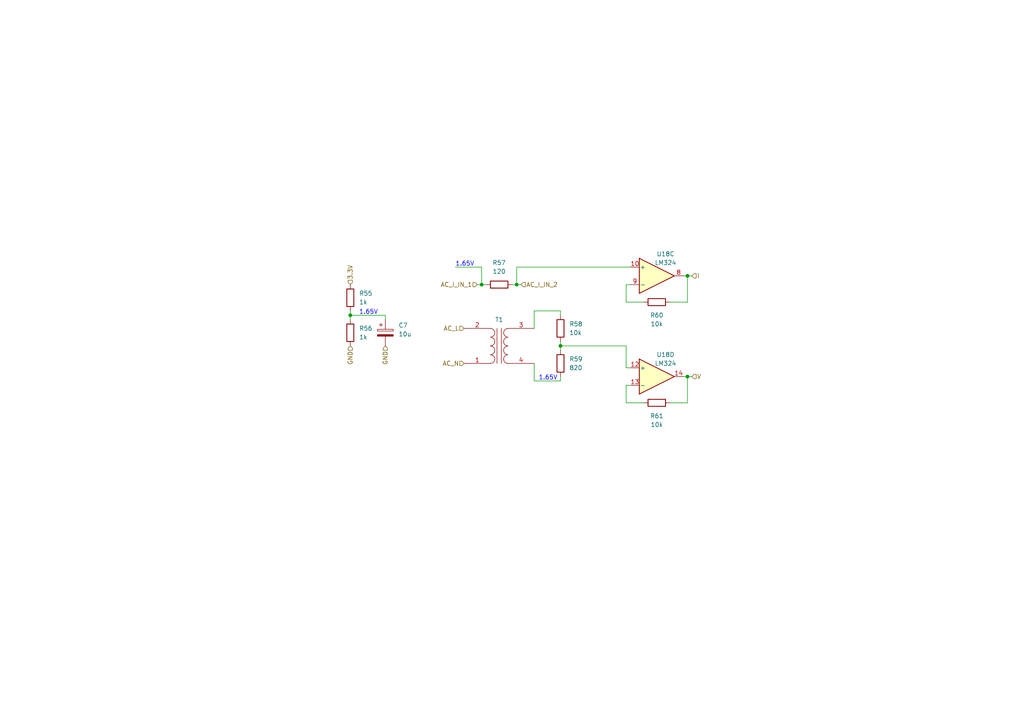
<source format=kicad_sch>
(kicad_sch (version 20231120) (generator "eeschema") (generator_version "8.0")
  (paper "A4")
  (title_block (title "Domoticata main control unit") (date "2024-07-14") (rev "0.1") (company "Davide Scalisi"))
  (lib_symbols
    (symbol "Amplifier_Operational:LM324" (pin_names (offset 0.127))
      (property "Reference" "U" (at 0 5.08 0))
      (property "Value" "LM324" (at 0 -5.08 0))
      (symbol "LM324_1_1"
        (polyline (pts (xy -5.08 5.08) (xy 5.08 0) (xy -5.08 -5.08) (xy -5.08 5.08)) (stroke (width 0.254)) (fill (type background)))
        (pin output line (at 7.62 0 180) (length 2.54) (name "~") (number "1"))
        (pin input line (at -7.62 -2.54 0) (length 2.54) (name "-") (number "2"))
        (pin input line (at -7.62 2.54 0) (length 2.54) (name "+") (number "3"))
      )
      (symbol "LM324_2_1"
        (polyline (pts (xy -5.08 5.08) (xy 5.08 0) (xy -5.08 -5.08) (xy -5.08 5.08)) (stroke (width 0.254)) (fill (type background)))
        (pin input line (at -7.62 2.54 0) (length 2.54) (name "+") (number "5"))
        (pin input line (at -7.62 -2.54 0) (length 2.54) (name "-") (number "6"))
        (pin output line (at 7.62 0 180) (length 2.54) (name "~") (number "7"))
      )
      (symbol "LM324_3_1"
        (polyline (pts (xy -5.08 5.08) (xy 5.08 0) (xy -5.08 -5.08) (xy -5.08 5.08)) (stroke (width 0.254)) (fill (type background)))
        (pin input line (at -7.62 2.54 0) (length 2.54) (name "+") (number "10"))
        (pin output line (at 7.62 0 180) (length 2.54) (name "~") (number "8"))
        (pin input line (at -7.62 -2.54 0) (length 2.54) (name "-") (number "9"))
      )
      (symbol "LM324_4_1"
        (polyline (pts (xy -5.08 5.08) (xy 5.08 0) (xy -5.08 -5.08) (xy -5.08 5.08)) (stroke (width 0.254)) (fill (type background)))
        (pin input line (at -7.62 2.54 0) (length 2.54) (name "+") (number "12"))
        (pin input line (at -7.62 -2.54 0) (length 2.54) (name "-") (number "13"))
        (pin output line (at 7.62 0 180) (length 2.54) (name "~") (number "14"))
      )
      (symbol "LM324_5_1"
        (pin power_in line (at -2.54 -7.62 90) (length 3.81) (name "V-") (number "11"))
        (pin power_in line (at -2.54 7.62 270) (length 3.81) (name "V+") (number "4"))
      )
    )
    (symbol "Device:C_Polarized" (pin_numbers hide) (pin_names (offset 0.254))
      (property "Reference" "C" (at 0.635 2.54 0))
      (property "Value" "C_Polarized" (at 0.635 -2.54 0))
      (symbol "C_Polarized_0_1"
        (rectangle (start -2.286 0.508) (end 2.286 1.016))
        (polyline (pts (xy -1.778 2.286) (xy -0.762 2.286)))
        (polyline (pts (xy -1.27 2.794) (xy -1.27 1.778)))
        (rectangle (start 2.286 -0.508) (end -2.286 -1.016) (fill (type outline)))
      )
      (symbol "C_Polarized_1_1"
        (pin passive line (at 0 3.81 270) (length 2.794) (name "~") (number "1"))
        (pin passive line (at 0 -3.81 90) (length 2.794) (name "~") (number "2"))
      )
    )
    (symbol "Device:R" (pin_numbers hide) (pin_names (offset 0))
      (property "Reference" "R" (at 2.032 0 90))
      (property "Value" "R" (at 0 0 90))
      (symbol "R_0_1"
        (rectangle (start -1.016 -2.54) (end 1.016 2.54) (stroke (width 0.254)))
      )
      (symbol "R_1_1"
        (pin passive line (at 0 3.81 270) (length 1.27) (name "~") (number "1"))
        (pin passive line (at 0 -3.81 90) (length 1.27) (name "~") (number "2"))
      )
    )
    (symbol "Device:Transformer_1P_1S" (pin_names (offset 1.016) hide)
      (property "Reference" "T" (at 0 6.35 0))
      (property "Value" "Transformer_1P_1S" (at 0 -7.62 0))
      (symbol "Transformer_1P_1S_0_1"
        (arc (start -2.54 -5.0546) (mid -1.6599 -4.6901) (end -1.27 -3.81))
        (arc (start -2.54 -2.5146) (mid -1.6599 -2.1501) (end -1.27 -1.27))
        (arc (start -2.54 0.0254) (mid -1.6599 0.3899) (end -1.27 1.27))
        (arc (start -2.54 2.5654) (mid -1.6599 2.9299) (end -1.27 3.81))
        (arc (start -1.27 -3.81) (mid -1.642 -2.912) (end -2.54 -2.54))
        (arc (start -1.27 -1.27) (mid -1.642 -0.372) (end -2.54 0))
        (arc (start -1.27 1.27) (mid -1.642 2.168) (end -2.54 2.54))
        (arc (start -1.27 3.81) (mid -1.642 4.708) (end -2.54 5.08))
        (polyline (pts (xy -0.635 5.08) (xy -0.635 -5.08)))
        (polyline (pts (xy 0.635 -5.08) (xy 0.635 5.08)))
        (arc (start 1.2954 -1.27) (mid 1.6599 -2.1501) (end 2.54 -2.5146))
        (arc (start 1.2954 1.27) (mid 1.6599 0.3899) (end 2.54 0.0254))
        (arc (start 1.2954 3.81) (mid 1.6599 2.9299) (end 2.54 2.5654))
        (arc (start 1.3208 -3.81) (mid 1.6853 -4.6901) (end 2.5654 -5.0546))
        (arc (start 2.54 0) (mid 1.642 -0.372) (end 1.2954 -1.27))
        (arc (start 2.54 2.54) (mid 1.642 2.168) (end 1.2954 1.27))
        (arc (start 2.54 5.08) (mid 1.642 4.708) (end 1.2954 3.81))
        (arc (start 2.5654 -2.54) (mid 1.6674 -2.912) (end 1.3208 -3.81))
      )
      (symbol "Transformer_1P_1S_1_1"
        (pin passive line (at -10.16 5.08 0) (length 7.62) (name "AA") (number "1"))
        (pin passive line (at -10.16 -5.08 0) (length 7.62) (name "AB") (number "2"))
        (pin passive line (at 10.16 -5.08 180) (length 7.62) (name "SA") (number "3"))
        (pin passive line (at 10.16 5.08 180) (length 7.62) (name "SB") (number "4"))
      )
    )
  )
  (junction (at 101.6 91.44))
  (junction (at 199.39 80.01))
  (junction (at 162.56 100.33))
  (junction (at 149.86 82.55))
  (junction (at 139.7 82.55))
  (junction (at 199.39 109.22))
  (wire (pts (xy 139.7 82.55) (xy 139.7 77.47)))
  (wire (pts (xy 138.43 82.55) (xy 139.7 82.55)))
  (wire (pts (xy 162.56 99.06) (xy 162.56 100.33)))
  (wire (pts (xy 111.76 91.44) (xy 101.6 91.44)))
  (wire (pts (xy 132.08 77.47) (xy 139.7 77.47)))
  (wire (pts (xy 162.56 100.33) (xy 162.56 101.6)))
  (wire (pts (xy 101.6 90.17) (xy 101.6 91.44)))
  (wire (pts (xy 149.86 82.55) (xy 151.13 82.55)))
  (wire (pts (xy 140.97 82.55) (xy 139.7 82.55)))
  (wire (pts (xy 199.39 80.01) (xy 200.66 80.01)))
  (wire (pts (xy 199.39 87.63) (xy 199.39 80.01)))
  (wire (pts (xy 181.61 111.76) (xy 181.61 116.84)))
  (wire (pts (xy 181.61 116.84) (xy 186.69 116.84)))
  (wire (pts (xy 199.39 116.84) (xy 199.39 109.22)))
  (wire (pts (xy 162.56 109.22) (xy 162.56 110.49)))
  (wire (pts (xy 182.88 106.68) (xy 181.61 106.68)))
  (wire (pts (xy 162.56 110.49) (xy 154.94 110.49)))
  (wire (pts (xy 199.39 109.22) (xy 200.66 109.22)))
  (wire (pts (xy 101.6 91.44) (xy 101.6 92.71)))
  (wire (pts (xy 199.39 80.01) (xy 198.12 80.01)))
  (wire (pts (xy 111.76 92.71) (xy 111.76 91.44)))
  (wire (pts (xy 154.94 105.41) (xy 154.94 110.49)))
  (wire (pts (xy 182.88 82.55) (xy 181.61 82.55)))
  (wire (pts (xy 154.94 95.25) (xy 154.94 90.17)))
  (wire (pts (xy 194.31 87.63) (xy 199.39 87.63)))
  (wire (pts (xy 149.86 82.55) (xy 148.59 82.55)))
  (wire (pts (xy 149.86 77.47) (xy 182.88 77.47)))
  (wire (pts (xy 181.61 82.55) (xy 181.61 87.63)))
  (wire (pts (xy 181.61 87.63) (xy 186.69 87.63)))
  (wire (pts (xy 198.12 109.22) (xy 199.39 109.22)))
  (wire (pts (xy 162.56 90.17) (xy 162.56 91.44)))
  (wire (pts (xy 162.56 100.33) (xy 181.61 100.33)))
  (wire (pts (xy 181.61 106.68) (xy 181.61 100.33)))
  (wire (pts (xy 181.61 111.76) (xy 182.88 111.76)))
  (wire (pts (xy 154.94 90.17) (xy 162.56 90.17)))
  (wire (pts (xy 194.31 116.84) (xy 199.39 116.84)))
  (wire (pts (xy 149.86 77.47) (xy 149.86 82.55)))
  (label "1.65V" (at 132.08 77.47 0))
  (label "1.65V" (at 104.14 91.44 0))
  (label "1.65V" (at 156.21 110.49 0))
  (hierarchical_label "GND" (shape input) (at 101.6 100.33 270))
  (hierarchical_label "AC_I_IN_1" (shape input) (at 138.43 82.55 180))
  (hierarchical_label "I" (shape input) (at 200.66 80.01 0))
  (hierarchical_label "AC_L" (shape input) (at 134.62 95.25 180))
  (hierarchical_label "GND" (shape input) (at 111.76 100.33 270))
  (hierarchical_label "V" (shape input) (at 200.66 109.22 0))
  (hierarchical_label "AC_I_IN_2" (shape input) (at 151.13 82.55 0))
  (hierarchical_label "3.3V" (shape input) (at 101.6 82.55 90))
  (hierarchical_label "AC_N" (shape input) (at 134.62 105.41 180))
  (symbol (lib_id "Device:Transformer_1P_1S") (at 144.78 100.33 0) (mirror x) (unit 1)
    (property "Reference" "T1" (at 144.78 92.71 0))
    (property "Value" "Transformer_1P_1S" (effects (hide yes)))
    (property "Footprint" "PowerMonitor:Transformer" (effects (hide yes)))
    (property "Description" "Transformer, single primary, single secondary" (effects (hide yes)))
  )
  (symbol (lib_id "Device:R") (at 190.5 116.84 90) (mirror x) (unit 1)
    (property "Reference" "R61" (at 190.5 120.65 90))
    (property "Value" "10k" (at 190.5 123.19 90))
    (property "Footprint" "Resistor_THT:R_Axial_DIN0207_L6.3mm_D2.5mm_P7.62mm_Horizontal" (effects (hide yes)))
    (property "Description" "Resistor" (effects (hide yes)))
  )
  (symbol (lib_id "Device:R") (at 144.78 82.55 90) (unit 1)
    (property "Reference" "R57" (at 144.78 76.2 90))
    (property "Value" "120" (at 144.78 78.74 90))
    (property "Footprint" "Resistor_THT:R_Axial_DIN0207_L6.3mm_D2.5mm_P7.62mm_Horizontal" (effects (hide yes)))
    (property "Description" "Resistor" (effects (hide yes)))
  )
  (symbol (lib_id "Device:R") (at 190.5 87.63 270) (unit 1)
    (property "Reference" "R60" (at 190.5 91.44 90))
    (property "Value" "10k" (at 190.5 93.98 90))
    (property "Footprint" "Resistor_THT:R_Axial_DIN0207_L6.3mm_D2.5mm_P7.62mm_Horizontal" (effects (hide yes)))
    (property "Description" "Resistor" (effects (hide yes)))
  )
  (symbol (lib_id "Device:R") (at 162.56 105.41 0) (unit 1)
    (property "Reference" "R59" (at 165.1 104.14 0) (effects (justify left)))
    (property "Value" "820" (at 165.1 106.6799 0) (effects (justify left)))
    (property "Footprint" "Resistor_THT:R_Axial_DIN0207_L6.3mm_D2.5mm_P7.62mm_Horizontal" (effects (hide yes)))
    (property "Description" "Resistor" (effects (hide yes)))
  )
  (symbol (lib_id "Device:R") (at 162.56 95.25 0) (unit 1)
    (property "Reference" "R58" (at 165.1 93.98 0) (effects (justify left)))
    (property "Value" "10k" (at 165.1 96.5199 0) (effects (justify left)))
    (property "Footprint" "Resistor_THT:R_Axial_DIN0207_L6.3mm_D2.5mm_P7.62mm_Horizontal" (effects (hide yes)))
    (property "Description" "Resistor" (effects (hide yes)))
  )
  (symbol (lib_id "Amplifier_Operational:LM324") (at 190.5 109.22 0) (unit 4)
    (property "Reference" "U18" (at 193.04 102.87 0))
    (property "Value" "LM324" (at 193.04 105.41 0))
    (property "Footprint" "Package_DIP:DIP-14_W7.62mm_Socket" (effects (hide yes)))
    (property "Datasheet" "http://www.ti.com/lit/ds/symlink/lm2902-n.pdf" (effects (hide yes)))
    (property "Description" "Low-Power, Quad-Operational Amplifiers, DIP-14/SOIC-14/SSOP-14" (effects (hide yes)))
  )
  (symbol (lib_id "Device:R") (at 101.6 96.52 0) (unit 1)
    (property "Reference" "R56" (at 104.14 95.2499 0) (effects (justify left)))
    (property "Value" "1k" (at 104.14 97.7899 0) (effects (justify left)))
    (property "Footprint" "Resistor_THT:R_Axial_DIN0207_L6.3mm_D2.5mm_P7.62mm_Horizontal" (effects (hide yes)))
    (property "Description" "Resistor" (effects (hide yes)))
  )
  (symbol (lib_id "Device:R") (at 101.6 86.36 180) (unit 1)
    (property "Reference" "R55" (at 104.14 85.0899 0) (effects (justify right)))
    (property "Value" "1k" (at 104.14 87.6299 0) (effects (justify right)))
    (property "Footprint" "Resistor_THT:R_Axial_DIN0207_L6.3mm_D2.5mm_P7.62mm_Horizontal" (effects (hide yes)))
    (property "Description" "Resistor" (effects (hide yes)))
  )
  (symbol (lib_id "Amplifier_Operational:LM324") (at 190.5 80.01 0) (unit 3)
    (property "Reference" "U18" (at 193.04 73.66 0))
    (property "Value" "LM324" (at 193.04 76.2 0))
    (property "Footprint" "Package_DIP:DIP-14_W7.62mm_Socket" (effects (hide yes)))
    (property "Datasheet" "http://www.ti.com/lit/ds/symlink/lm2902-n.pdf" (effects (hide yes)))
    (property "Description" "Low-Power, Quad-Operational Amplifiers, DIP-14/SOIC-14/SSOP-14" (effects (hide yes)))
  )
  (symbol (lib_id "Device:C_Polarized") (at 111.76 96.52 0) (unit 1)
    (property "Reference" "C7" (at 115.57 94.3609 0) (effects (justify left)))
    (property "Value" "10u" (at 115.57 96.9009 0) (effects (justify left)))
    (property "Footprint" "Capacitor_THT:CP_Radial_D4.0mm_P2.00mm" (effects (hide yes)))
    (property "Description" "Polarized capacitor" (effects (hide yes)))
  )
)
</source>
